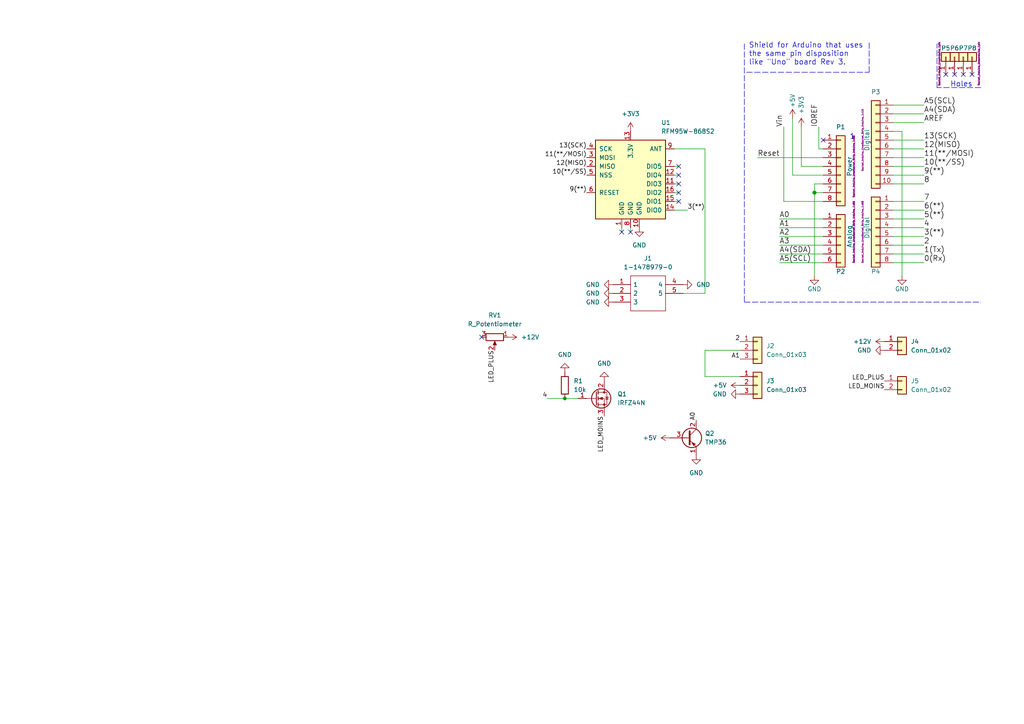
<source format=kicad_sch>
(kicad_sch (version 20211123) (generator eeschema)
  (paper "A4")
  (title_block (date "lun. 30 mars 2015"))
  (lib_symbols
    (symbol "Connector_Generic:Conn_01x01" (pin_names (offset 1.016) hide)
      (property "Reference" "J" (at 0 2.54 0))
      (property "Value" "Conn_01x01" (at 0 -2.54 0))
      (symbol "Conn_01x01_1_1"
        (rectangle (start -1.27 0.127) (end 0 -0.127) (stroke (width 0.1524)))
        (rectangle (start -1.27 1.27) (end 1.27 -1.27) (stroke (width 0.254)) (fill (type background)))
        (pin passive line (at -5.08 0 0) (length 3.81) (name "Pin_1") (number "1"))
      )
    )
    (symbol "Connector_Generic:Conn_01x02" (pin_names (offset 1.016) hide)
      (property "Reference" "J" (at 0 2.54 0))
      (property "Value" "Conn_01x02" (at 0 -5.08 0))
      (symbol "Conn_01x02_1_1"
        (rectangle (start -1.27 -2.413) (end 0 -2.667) (stroke (width 0.1524)))
        (rectangle (start -1.27 0.127) (end 0 -0.127) (stroke (width 0.1524)))
        (rectangle (start -1.27 1.27) (end 1.27 -3.81) (stroke (width 0.254)) (fill (type background)))
        (pin passive line (at -5.08 0 0) (length 3.81) (name "Pin_1") (number "1"))
        (pin passive line (at -5.08 -2.54 0) (length 3.81) (name "Pin_2") (number "2"))
      )
    )
    (symbol "Connector_Generic:Conn_01x03" (pin_names (offset 1.016) hide)
      (property "Reference" "J" (at 0 5.08 0))
      (property "Value" "Conn_01x03" (at 0 -5.08 0))
      (symbol "Conn_01x03_1_1"
        (rectangle (start -1.27 -2.413) (end 0 -2.667) (stroke (width 0.1524)))
        (rectangle (start -1.27 0.127) (end 0 -0.127) (stroke (width 0.1524)))
        (rectangle (start -1.27 2.667) (end 0 2.413) (stroke (width 0.1524)))
        (rectangle (start -1.27 3.81) (end 1.27 -3.81) (stroke (width 0.254)) (fill (type background)))
        (pin passive line (at -5.08 2.54 0) (length 3.81) (name "Pin_1") (number "1"))
        (pin passive line (at -5.08 0 0) (length 3.81) (name "Pin_2") (number "2"))
        (pin passive line (at -5.08 -2.54 0) (length 3.81) (name "Pin_3") (number "3"))
      )
    )
    (symbol "Connector_Generic:Conn_01x06" (pin_names (offset 1.016) hide)
      (property "Reference" "J" (at 0 7.62 0))
      (property "Value" "Conn_01x06" (at 0 -10.16 0))
      (symbol "Conn_01x06_1_1"
        (rectangle (start -1.27 -7.493) (end 0 -7.747) (stroke (width 0.1524)))
        (rectangle (start -1.27 -4.953) (end 0 -5.207) (stroke (width 0.1524)))
        (rectangle (start -1.27 -2.413) (end 0 -2.667) (stroke (width 0.1524)))
        (rectangle (start -1.27 0.127) (end 0 -0.127) (stroke (width 0.1524)))
        (rectangle (start -1.27 2.667) (end 0 2.413) (stroke (width 0.1524)))
        (rectangle (start -1.27 5.207) (end 0 4.953) (stroke (width 0.1524)))
        (rectangle (start -1.27 6.35) (end 1.27 -8.89) (stroke (width 0.254)) (fill (type background)))
        (pin passive line (at -5.08 5.08 0) (length 3.81) (name "Pin_1") (number "1"))
        (pin passive line (at -5.08 2.54 0) (length 3.81) (name "Pin_2") (number "2"))
        (pin passive line (at -5.08 0 0) (length 3.81) (name "Pin_3") (number "3"))
        (pin passive line (at -5.08 -2.54 0) (length 3.81) (name "Pin_4") (number "4"))
        (pin passive line (at -5.08 -5.08 0) (length 3.81) (name "Pin_5") (number "5"))
        (pin passive line (at -5.08 -7.62 0) (length 3.81) (name "Pin_6") (number "6"))
      )
    )
    (symbol "Connector_Generic:Conn_01x08" (pin_names (offset 1.016) hide)
      (property "Reference" "J" (at 0 10.16 0))
      (property "Value" "Conn_01x08" (at 0 -12.7 0))
      (symbol "Conn_01x08_1_1"
        (rectangle (start -1.27 -10.033) (end 0 -10.287) (stroke (width 0.1524)))
        (rectangle (start -1.27 -7.493) (end 0 -7.747) (stroke (width 0.1524)))
        (rectangle (start -1.27 -4.953) (end 0 -5.207) (stroke (width 0.1524)))
        (rectangle (start -1.27 -2.413) (end 0 -2.667) (stroke (width 0.1524)))
        (rectangle (start -1.27 0.127) (end 0 -0.127) (stroke (width 0.1524)))
        (rectangle (start -1.27 2.667) (end 0 2.413) (stroke (width 0.1524)))
        (rectangle (start -1.27 5.207) (end 0 4.953) (stroke (width 0.1524)))
        (rectangle (start -1.27 7.747) (end 0 7.493) (stroke (width 0.1524)))
        (rectangle (start -1.27 8.89) (end 1.27 -11.43) (stroke (width 0.254)) (fill (type background)))
        (pin passive line (at -5.08 7.62 0) (length 3.81) (name "Pin_1") (number "1"))
        (pin passive line (at -5.08 5.08 0) (length 3.81) (name "Pin_2") (number "2"))
        (pin passive line (at -5.08 2.54 0) (length 3.81) (name "Pin_3") (number "3"))
        (pin passive line (at -5.08 0 0) (length 3.81) (name "Pin_4") (number "4"))
        (pin passive line (at -5.08 -2.54 0) (length 3.81) (name "Pin_5") (number "5"))
        (pin passive line (at -5.08 -5.08 0) (length 3.81) (name "Pin_6") (number "6"))
        (pin passive line (at -5.08 -7.62 0) (length 3.81) (name "Pin_7") (number "7"))
        (pin passive line (at -5.08 -10.16 0) (length 3.81) (name "Pin_8") (number "8"))
      )
    )
    (symbol "Connector_Generic:Conn_01x10" (pin_names (offset 1.016) hide)
      (property "Reference" "J" (at 0 12.7 0))
      (property "Value" "Conn_01x10" (at 0 -15.24 0))
      (symbol "Conn_01x10_1_1"
        (rectangle (start -1.27 -12.573) (end 0 -12.827) (stroke (width 0.1524)))
        (rectangle (start -1.27 -10.033) (end 0 -10.287) (stroke (width 0.1524)))
        (rectangle (start -1.27 -7.493) (end 0 -7.747) (stroke (width 0.1524)))
        (rectangle (start -1.27 -4.953) (end 0 -5.207) (stroke (width 0.1524)))
        (rectangle (start -1.27 -2.413) (end 0 -2.667) (stroke (width 0.1524)))
        (rectangle (start -1.27 0.127) (end 0 -0.127) (stroke (width 0.1524)))
        (rectangle (start -1.27 2.667) (end 0 2.413) (stroke (width 0.1524)))
        (rectangle (start -1.27 5.207) (end 0 4.953) (stroke (width 0.1524)))
        (rectangle (start -1.27 7.747) (end 0 7.493) (stroke (width 0.1524)))
        (rectangle (start -1.27 10.287) (end 0 10.033) (stroke (width 0.1524)))
        (rectangle (start -1.27 11.43) (end 1.27 -13.97) (stroke (width 0.254)) (fill (type background)))
        (pin passive line (at -5.08 10.16 0) (length 3.81) (name "Pin_1") (number "1"))
        (pin passive line (at -5.08 -12.7 0) (length 3.81) (name "Pin_10") (number "10"))
        (pin passive line (at -5.08 7.62 0) (length 3.81) (name "Pin_2") (number "2"))
        (pin passive line (at -5.08 5.08 0) (length 3.81) (name "Pin_3") (number "3"))
        (pin passive line (at -5.08 2.54 0) (length 3.81) (name "Pin_4") (number "4"))
        (pin passive line (at -5.08 0 0) (length 3.81) (name "Pin_5") (number "5"))
        (pin passive line (at -5.08 -2.54 0) (length 3.81) (name "Pin_6") (number "6"))
        (pin passive line (at -5.08 -5.08 0) (length 3.81) (name "Pin_7") (number "7"))
        (pin passive line (at -5.08 -7.62 0) (length 3.81) (name "Pin_8") (number "8"))
        (pin passive line (at -5.08 -10.16 0) (length 3.81) (name "Pin_9") (number "9"))
      )
    )
    (symbol "Device:R" (pin_numbers hide) (pin_names (offset 0))
      (property "Reference" "R" (at 2.032 0 90))
      (property "Value" "R" (at 0 0 90))
      (symbol "R_0_1"
        (rectangle (start -1.016 -2.54) (end 1.016 2.54) (stroke (width 0.254)))
      )
      (symbol "R_1_1"
        (pin passive line (at 0 3.81 270) (length 1.27) (name "~") (number "1"))
        (pin passive line (at 0 -3.81 90) (length 1.27) (name "~") (number "2"))
      )
    )
    (symbol "Device:R_Potentiometer" (pin_names (offset 1.016) hide)
      (property "Reference" "RV" (at -4.445 0 90))
      (property "Value" "R_Potentiometer" (at -2.54 0 90))
      (symbol "R_Potentiometer_0_1"
        (polyline (pts (xy 2.54 0) (xy 1.524 0)))
        (polyline (pts (xy 1.143 0) (xy 2.286 0.508) (xy 2.286 -0.508) (xy 1.143 0)) (fill (type outline)))
        (rectangle (start 1.016 2.54) (end -1.016 -2.54) (stroke (width 0.254)))
      )
      (symbol "R_Potentiometer_1_1"
        (pin passive line (at 0 3.81 270) (length 1.27) (name "1") (number "1"))
        (pin passive line (at 3.81 0 180) (length 1.27) (name "2") (number "2"))
        (pin passive line (at 0 -3.81 90) (length 1.27) (name "3") (number "3"))
      )
    )
    (symbol "RF_Module:RFM95W-868S2" (pin_names (offset 1.016))
      (property "Reference" "U" (at -10.414 11.684 0))
      (property "Value" "RFM95W-868S2" (at 1.524 11.43 0))
      (symbol "RFM95W-868S2_0_1"
        (rectangle (start -10.16 10.16) (end 10.16 -12.7) (stroke (width 0.254)) (fill (type background)))
      )
      (symbol "RFM95W-868S2_1_1"
        (pin power_in line (at -2.54 -15.24 90) (length 2.54) (name "GND") (number "1"))
        (pin power_in line (at 2.54 -15.24 90) (length 2.54) (name "GND") (number "10"))
        (pin bidirectional line (at 12.7 -2.54 180) (length 2.54) (name "DIO3") (number "11"))
        (pin bidirectional line (at 12.7 0 180) (length 2.54) (name "DIO4") (number "12"))
        (pin power_in line (at 0 12.7 270) (length 2.54) (name "3.3V") (number "13"))
        (pin bidirectional line (at 12.7 -10.16 180) (length 2.54) (name "DIO0") (number "14"))
        (pin bidirectional line (at 12.7 -7.62 180) (length 2.54) (name "DIO1") (number "15"))
        (pin bidirectional line (at 12.7 -5.08 180) (length 2.54) (name "DIO2") (number "16"))
        (pin output line (at -12.7 2.54 0) (length 2.54) (name "MISO") (number "2"))
        (pin input line (at -12.7 5.08 0) (length 2.54) (name "MOSI") (number "3"))
        (pin input line (at -12.7 7.62 0) (length 2.54) (name "SCK") (number "4"))
        (pin input line (at -12.7 0 0) (length 2.54) (name "NSS") (number "5"))
        (pin bidirectional line (at -12.7 -5.08 0) (length 2.54) (name "RESET") (number "6"))
        (pin bidirectional line (at 12.7 2.54 180) (length 2.54) (name "DIO5") (number "7"))
        (pin power_in line (at 0 -15.24 90) (length 2.54) (name "GND") (number "8"))
        (pin bidirectional line (at 12.7 7.62 180) (length 2.54) (name "ANT") (number "9"))
      )
    )
    (symbol "SamacSys_Parts:1-1478979-0" (pin_names (offset 0.762))
      (property "Reference" "J" (at 16.51 7.62 0))
      (property "Value" "1-1478979-0" (at 16.51 5.08 0))
      (symbol "1-1478979-0_0_0"
        (pin passive line (at 0 0 0) (length 5.08) (name "1") (number "1"))
        (pin passive line (at 0 -2.54 0) (length 5.08) (name "2") (number "2"))
        (pin passive line (at 0 -5.08 0) (length 5.08) (name "3") (number "3"))
        (pin passive line (at 20.32 0 180) (length 5.08) (name "4") (number "4"))
        (pin passive line (at 20.32 -2.54 180) (length 5.08) (name "5") (number "5"))
      )
      (symbol "1-1478979-0_0_1"
        (polyline (pts (xy 5.08 2.54) (xy 15.24 2.54) (xy 15.24 -7.62) (xy 5.08 -7.62) (xy 5.08 2.54)) (stroke (width 0.1524)))
      )
    )
    (symbol "Transistor_BJT:2SA1015" (pin_names (offset 0) hide)
      (property "Reference" "Q" (at 5.08 1.905 0))
      (property "Value" "2SA1015" (at 5.08 0 0))
      (symbol "2SA1015_0_1"
        (polyline (pts (xy 0 0) (xy 0.635 0)))
        (polyline (pts (xy 2.54 -2.54) (xy 0.635 -0.635)))
        (polyline (pts (xy 2.54 2.54) (xy 0.635 0.635)))
        (polyline (pts (xy 0.635 1.905) (xy 0.635 -1.905) (xy 0.635 -1.905)) (stroke (width 0.508)) (fill (type outline)))
        (polyline (pts (xy 1.778 -2.286) (xy 2.286 -1.778) (xy 1.27 -1.27) (xy 1.778 -2.286) (xy 1.778 -2.286)) (fill (type outline)))
        (circle (center 1.27 0) (radius 2.8194) (stroke (width 0.254)))
      )
      (symbol "2SA1015_1_1"
        (pin passive line (at 2.54 -5.08 90) (length 2.54) (name "E") (number "1"))
        (pin passive line (at 2.54 5.08 270) (length 2.54) (name "C") (number "2"))
        (pin input line (at -5.08 0 0) (length 5.08) (name "B") (number "3"))
      )
    )
    (symbol "Transistor_FET:IRLZ44N" (pin_names hide)
      (property "Reference" "Q" (at 6.35 1.905 0))
      (property "Value" "IRLZ44N" (at 6.35 0 0))
      (symbol "IRLZ44N_0_1"
        (polyline (pts (xy 0.254 0) (xy -2.54 0)))
        (polyline (pts (xy 0.254 1.905) (xy 0.254 -1.905)) (stroke (width 0.254)))
        (polyline (pts (xy 0.762 -1.27) (xy 0.762 -2.286)) (stroke (width 0.254)))
        (polyline (pts (xy 0.762 0.508) (xy 0.762 -0.508)) (stroke (width 0.254)))
        (polyline (pts (xy 0.762 2.286) (xy 0.762 1.27)) (stroke (width 0.254)))
        (polyline (pts (xy 2.54 2.54) (xy 2.54 1.778)))
        (polyline (pts (xy 2.54 -2.54) (xy 2.54 0) (xy 0.762 0)))
        (polyline (pts (xy 0.762 -1.778) (xy 3.302 -1.778) (xy 3.302 1.778) (xy 0.762 1.778)))
        (polyline (pts (xy 1.016 0) (xy 2.032 0.381) (xy 2.032 -0.381) (xy 1.016 0)) (fill (type outline)))
        (polyline (pts (xy 2.794 0.508) (xy 2.921 0.381) (xy 3.683 0.381) (xy 3.81 0.254)))
        (polyline (pts (xy 3.302 0.381) (xy 2.921 -0.254) (xy 3.683 -0.254) (xy 3.302 0.381)))
        (circle (center 1.651 0) (radius 2.794) (stroke (width 0.254)))
        (circle (center 2.54 -1.778) (radius 0.254) (fill (type outline)))
        (circle (center 2.54 1.778) (radius 0.254) (fill (type outline)))
      )
      (symbol "IRLZ44N_1_1"
        (pin input line (at -5.08 0 0) (length 2.54) (name "G") (number "1"))
        (pin passive line (at 2.54 5.08 270) (length 2.54) (name "D") (number "2"))
        (pin passive line (at 2.54 -5.08 90) (length 2.54) (name "S") (number "3"))
      )
    )
    (symbol "power:+12V" (power) (pin_names (offset 0))
      (property "Value" "+12V" (at 0 3.556 0))
      (symbol "+12V_0_1"
        (polyline (pts (xy -0.762 1.27) (xy 0 2.54)))
        (polyline (pts (xy 0 0) (xy 0 2.54)))
        (polyline (pts (xy 0 2.54) (xy 0.762 1.27)))
      )
      (symbol "+12V_1_1"
        (pin power_in line (at 0 0 90) (length 0) hide (name "+12V") (number "1"))
      )
    )
    (symbol "power:+3.3V" (power) (pin_names (offset 0))
      (property "Value" "+3.3V" (at 0 3.556 0))
      (symbol "+3.3V_0_1"
        (polyline (pts (xy -0.762 1.27) (xy 0 2.54)))
        (polyline (pts (xy 0 0) (xy 0 2.54)))
        (polyline (pts (xy 0 2.54) (xy 0.762 1.27)))
      )
      (symbol "+3.3V_1_1"
        (pin power_in line (at 0 0 90) (length 0) hide (name "+3V3") (number "1"))
      )
    )
    (symbol "power:+5V" (power) (pin_names (offset 0))
      (property "Value" "+5V" (at 0 3.556 0))
      (symbol "+5V_0_1"
        (polyline (pts (xy -0.762 1.27) (xy 0 2.54)))
        (polyline (pts (xy 0 0) (xy 0 2.54)))
        (polyline (pts (xy 0 2.54) (xy 0.762 1.27)))
      )
      (symbol "+5V_1_1"
        (pin power_in line (at 0 0 90) (length 0) hide (name "+5V") (number "1"))
      )
    )
    (symbol "power:GND" (power) (pin_names (offset 0))
      (property "Value" "GND" (at 0 -3.81 0))
      (symbol "GND_0_1"
        (polyline (pts (xy 0 0) (xy 0 -1.27) (xy 1.27 -1.27) (xy 0 -2.54) (xy -1.27 -1.27) (xy 0 -1.27)))
      )
      (symbol "GND_1_1"
        (pin power_in line (at 0 0 270) (length 0) hide (name "GND") (number "1"))
      )
    )
  )
  (junction (at 163.83 115.57))
  (junction (at 236.22 55.88) (diameter 1.016))
  (no_connect (at 139.7 97.79))
  (no_connect (at 279.4 21.59))
  (no_connect (at 274.32 21.59))
  (no_connect (at 276.86 21.59))
  (no_connect (at 281.94 21.59))
  (no_connect (at 238.76 40.64))
  (no_connect (at 196.85 48.26))
  (no_connect (at 196.85 50.8))
  (no_connect (at 196.85 53.34))
  (no_connect (at 196.85 55.88))
  (no_connect (at 196.85 58.42))
  (no_connect (at 182.88 67.31))
  (no_connect (at 180.34 67.31))
  (wire (pts (xy 238.76 48.26) (xy 232.41 48.26)))
  (wire (pts (xy 238.76 71.12) (xy 226.06 71.12)))
  (polyline (pts (xy 252.095 20.955) (xy 252.095 12.065)) (stroke (width 0) (type dash)))
  (wire (pts (xy 204.47 101.6) (xy 214.63 101.6)))
  (wire (pts (xy 259.08 63.5) (xy 267.97 63.5)))
  (wire (pts (xy 180.34 67.31) (xy 180.34 66.04)))
  (wire (pts (xy 196.85 53.34) (xy 195.58 53.34)))
  (wire (pts (xy 196.85 58.42) (xy 195.58 58.42)))
  (wire (pts (xy 236.22 53.34) (xy 236.22 55.88)))
  (wire (pts (xy 182.88 67.31) (xy 182.88 66.04)))
  (wire (pts (xy 259.08 43.18) (xy 267.97 43.18)))
  (wire (pts (xy 261.62 38.1) (xy 261.62 80.01)))
  (wire (pts (xy 238.76 53.34) (xy 236.22 53.34)))
  (wire (pts (xy 259.08 53.34) (xy 267.97 53.34)))
  (wire (pts (xy 237.49 43.18) (xy 238.76 43.18)))
  (wire (pts (xy 238.76 50.8) (xy 229.87 50.8)))
  (wire (pts (xy 204.47 109.22) (xy 204.47 101.6)))
  (wire (pts (xy 259.08 40.64) (xy 267.97 40.64)))
  (wire (pts (xy 259.08 58.42) (xy 267.97 58.42)))
  (wire (pts (xy 238.76 66.04) (xy 226.06 66.04)))
  (wire (pts (xy 259.08 30.48) (xy 267.97 30.48)))
  (wire (pts (xy 259.08 71.12) (xy 267.97 71.12)))
  (wire (pts (xy 196.85 50.8) (xy 195.58 50.8)))
  (wire (pts (xy 238.76 58.42) (xy 227.33 58.42)))
  (wire (pts (xy 238.76 63.5) (xy 226.06 63.5)))
  (wire (pts (xy 259.08 45.72) (xy 267.97 45.72)))
  (wire (pts (xy 238.76 73.66) (xy 226.06 73.66)))
  (wire (pts (xy 198.12 85.09) (xy 204.47 85.09)))
  (polyline (pts (xy 284.48 25.4) (xy 271.78 25.4)) (stroke (width 0) (type dash)))
  (wire (pts (xy 158.75 115.57) (xy 163.83 115.57)))
  (wire (pts (xy 238.76 45.72) (xy 219.71 45.72)))
  (wire (pts (xy 259.08 38.1) (xy 261.62 38.1)))
  (wire (pts (xy 238.76 55.88) (xy 236.22 55.88)))
  (wire (pts (xy 259.08 50.8) (xy 267.97 50.8)))
  (wire (pts (xy 196.85 48.26) (xy 195.58 48.26)))
  (wire (pts (xy 204.47 43.18) (xy 204.47 85.09)))
  (wire (pts (xy 163.83 115.57) (xy 167.64 115.57)))
  (wire (pts (xy 236.22 55.88) (xy 236.22 80.01)))
  (wire (pts (xy 227.33 58.42) (xy 227.33 36.83)))
  (polyline (pts (xy 215.9 87.63) (xy 284.48 87.63)) (stroke (width 0) (type dash)))
  (wire (pts (xy 259.08 68.58) (xy 267.97 68.58)))
  (wire (pts (xy 238.76 76.2) (xy 226.06 76.2)))
  (wire (pts (xy 199.39 60.96) (xy 195.58 60.96)))
  (wire (pts (xy 259.08 73.66) (xy 267.97 73.66)))
  (polyline (pts (xy 271.78 25.4) (xy 271.78 12.7)) (stroke (width 0) (type dash)))
  (wire (pts (xy 259.08 60.96) (xy 267.97 60.96)))
  (wire (pts (xy 229.87 50.8) (xy 229.87 34.29)))
  (wire (pts (xy 195.58 43.18) (xy 204.47 43.18)))
  (wire (pts (xy 214.63 109.22) (xy 204.47 109.22)))
  (wire (pts (xy 259.08 33.02) (xy 267.97 33.02)))
  (wire (pts (xy 196.85 55.88) (xy 195.58 55.88)))
  (wire (pts (xy 259.08 66.04) (xy 267.97 66.04)))
  (wire (pts (xy 259.08 35.56) (xy 267.97 35.56)))
  (polyline (pts (xy 215.9 12.7) (xy 215.9 87.63)) (stroke (width 0) (type dash)))
  (wire (pts (xy 232.41 48.26) (xy 232.41 36.83)))
  (wire (pts (xy 237.49 36.83) (xy 237.49 43.18)))
  (wire (pts (xy 259.08 76.2) (xy 267.97 76.2)))
  (wire (pts (xy 259.08 48.26) (xy 267.97 48.26)))
  (wire (pts (xy 238.76 68.58) (xy 226.06 68.58)))
  (polyline (pts (xy 216.535 20.955) (xy 252.095 20.955)) (stroke (width 0) (type dash)))
  (text "Holes" (at 275.59 25.4 0) (effects (font (size 1.524 1.524)) (justify left bottom)))
  (text "Shield for Arduino that uses\nthe same pin disposition\nlike \"Uno\" board Rev 3." (at 217.17 19.05 0) (effects (font (size 1.524 1.524)) (justify left bottom)))
  (text "1" (at 246.38 40.64 0) (effects (font (size 1.524 1.524)) (justify left bottom)))
  (label "3(**)" (at 199.39 60.96 0))
  (label "Vin" (at 227.33 36.83 90) (effects (font (size 1.524 1.524))))
  (label "9(**)" (at 170.18 55.88 180))
  (label "A1" (at 214.63 104.14 180))
  (label "0(Rx)" (at 267.97 76.2 0) (effects (font (size 1.524 1.524))))
  (label "A4(SDA)" (at 226.06 73.66 0) (effects (font (size 1.524 1.524))))
  (label "LED_PLUS" (at 256.54 110.49 180))
  (label "LED_PLUS" (at 143.51 101.6 270))
  (label "4" (at 267.97 66.04 0) (effects (font (size 1.524 1.524))))
  (label "5(**)" (at 267.97 63.5 0) (effects (font (size 1.524 1.524))))
  (label "A2" (at 226.06 68.58 0) (effects (font (size 1.524 1.524))))
  (label "2" (at 214.63 99.06 180))
  (label "A5(SCL)" (at 226.06 76.2 0) (effects (font (size 1.524 1.524))))
  (label "A0" (at 226.06 63.5 0) (effects (font (size 1.524 1.524))))
  (label "A0" (at 201.93 121.92 90))
  (label "LED_MOINS" (at 256.54 113.03 180))
  (label "4" (at 158.75 115.57 180))
  (label "A1" (at 226.06 66.04 0) (effects (font (size 1.524 1.524))))
  (label "12(MISO)" (at 170.18 48.26 180))
  (label "10(**/SS)" (at 267.97 48.26 0) (effects (font (size 1.524 1.524))))
  (label "13(SCK)" (at 267.97 40.64 0) (effects (font (size 1.524 1.524))))
  (label "7" (at 267.97 58.42 0) (effects (font (size 1.524 1.524))))
  (label "A4(SDA)" (at 267.97 33.02 0) (effects (font (size 1.524 1.524))))
  (label "A3" (at 226.06 71.12 0) (effects (font (size 1.524 1.524))))
  (label "Reset" (at 219.71 45.72 0) (effects (font (size 1.524 1.524))))
  (label "2" (at 267.97 71.12 0) (effects (font (size 1.524 1.524))))
  (label "12(MISO)" (at 267.97 43.18 0) (effects (font (size 1.524 1.524))))
  (label "11(**{slash}MOSI)" (at 170.18 45.72 180))
  (label "3(**)" (at 267.97 68.58 0) (effects (font (size 1.524 1.524))))
  (label "9(**)" (at 267.97 50.8 0) (effects (font (size 1.524 1.524))))
  (label "13(SCK)" (at 170.18 43.18 180))
  (label "8" (at 267.97 53.34 0) (effects (font (size 1.524 1.524))))
  (label "A5(SCL)" (at 267.97 30.48 0) (effects (font (size 1.524 1.524))))
  (label "IOREF" (at 237.49 36.83 90) (effects (font (size 1.524 1.524))))
  (label "LED_MOINS" (at 175.26 120.65 270))
  (label "AREF" (at 267.97 35.56 0) (effects (font (size 1.524 1.524))))
  (label "10(**{slash}SS)" (at 170.18 50.8 180))
  (label "11(**/MOSI)" (at 267.97 45.72 0) (effects (font (size 1.524 1.524))))
  (label "1(Tx)" (at 267.97 73.66 0) (effects (font (size 1.524 1.524))))
  (label "6(**)" (at 267.97 60.96 0) (effects (font (size 1.524 1.524))))
  (symbol (lib_id "Connector_Generic:Conn_01x08") (at 243.84 48.26 0) (unit 1)
    (property "Reference" "P1" (at 243.84 36.83 0))
    (property "Value" "Power" (at 246.38 48.26 90))
    (property "Footprint" "Socket_Arduino_Uno:Socket_Strip_Arduino_1x08" (at 247.65 48.26 90) (effects (font (size 0.508 0.508))))
  )
  (symbol (lib_id "power:+3.3V") (at 232.41 36.83 0) (unit 1)
    (property "Reference" "#PWR01" (effects hide))
    (property "Value" "+3.3V" (at 232.41 30.48 90))
  )
  (symbol (lib_id "power:+5V") (at 229.87 34.29 0) (unit 1)
    (property "Reference" "#PWR02" (effects hide))
    (property "Value" "+5V" (at 229.87 29.21 90))
  )
  (symbol (lib_id "power:GND") (at 236.22 80.01 0) (unit 1)
    (property "Reference" "#PWR03" (effects hide))
    (property "Value" "GND" (at 236.22 83.82 0))
  )
  (symbol (lib_id "power:GND") (at 261.62 80.01 0) (unit 1)
    (property "Reference" "#PWR04" (effects hide))
    (property "Value" "GND" (at 261.62 83.82 0))
  )
  (symbol (lib_id "Connector_Generic:Conn_01x06") (at 243.84 68.58 0) (unit 1)
    (property "Reference" "P2" (at 243.84 78.74 0))
    (property "Value" "Analog" (at 246.38 68.58 90))
    (property "Footprint" "Socket_Arduino_Uno:Socket_Strip_Arduino_1x06" (at 247.65 67.31 90) (effects (font (size 0.508 0.508))))
  )
  (symbol (lib_id "Connector_Generic:Conn_01x01") (at 274.32 16.51 90) (unit 1)
    (property "Reference" "P5" (at 274.32 13.97 90))
    (property "Value" "CONN_01X01" (effects hide))
    (property "Footprint" "Socket_Arduino_Uno:Arduino_1pin" (at 272.4404 18.5166 0) (effects (font (size 0.508 0.508))))
  )
  (symbol (lib_id "Connector_Generic:Conn_01x01") (at 276.86 16.51 90) (unit 1)
    (property "Reference" "P6" (at 276.86 13.97 90))
    (property "Value" "CONN_01X01" (effects hide))
    (property "Footprint" "Socket_Arduino_Uno:Arduino_1pin" (effects hide))
  )
  (symbol (lib_id "Connector_Generic:Conn_01x01") (at 279.4 16.51 90) (unit 1)
    (property "Reference" "P7" (at 279.4 13.97 90))
    (property "Value" "CONN_01X01" (effects hide))
    (property "Footprint" "Socket_Arduino_Uno:Arduino_1pin" (effects hide))
  )
  (symbol (lib_id "Connector_Generic:Conn_01x01") (at 281.94 16.51 90) (unit 1)
    (property "Reference" "P8" (at 281.94 13.97 90))
    (property "Value" "CONN_01X01" (effects hide))
    (property "Footprint" "Socket_Arduino_Uno:Arduino_1pin" (at 283.9212 18.4404 0) (effects (font (size 0.508 0.508))))
  )
  (symbol (lib_id "Connector_Generic:Conn_01x08") (at 254 66.04 0) (mirror y) (unit 1)
    (property "Reference" "P4" (at 254 78.74 0))
    (property "Value" "Digital" (at 251.46 66.04 90))
    (property "Footprint" "Socket_Arduino_Uno:Socket_Strip_Arduino_1x08" (at 250.19 67.31 90) (effects (font (size 0.508 0.508))))
  )
  (symbol (lib_id "Connector_Generic:Conn_01x10") (at 254 40.64 0) (mirror y) (unit 1)
    (property "Reference" "P3" (at 254 26.67 0))
    (property "Value" "Digital" (at 251.46 40.64 90))
    (property "Footprint" "Socket_Arduino_Uno:Socket_Strip_Arduino_1x10" (at 250.19 40.64 90) (effects (font (size 0.508 0.508))))
  )
  (symbol (lib_id "power:GND") (at 177.8 85.09 270) (unit 1)
    (property "Reference" "#PWR0109" (effects hide))
    (property "Value" "GND" (at 173.99 85.0899 90) (effects (justify right)))
  )
  (symbol (lib_id "Connector_Generic:Conn_01x02") (at 261.62 110.49 0) (unit 1)
    (property "Reference" "J5" (at 264.16 110.4899 0) (effects (justify left)))
    (property "Value" "Conn_01x02" (at 264.16 113.0299 0) (effects (justify left)))
    (property "Footprint" "Connector_PinHeader_2.54mm:PinHeader_1x02_P2.54mm_Vertical" (effects hide))
  )
  (symbol (lib_id "Connector_Generic:Conn_01x03") (at 219.71 111.76 0) (unit 1)
    (property "Reference" "J3" (at 222.25 110.4899 0) (effects (justify left)))
    (property "Value" "Conn_01x03" (at 222.25 113.0299 0) (effects (justify left)))
    (property "Footprint" "Connector_PinHeader_2.54mm:PinHeader_1x03_P2.54mm_Vertical" (effects hide))
  )
  (symbol (lib_id "Transistor_FET:IRLZ44N") (at 172.72 115.57 0) (unit 1)
    (property "Reference" "Q1" (at 179.07 114.2999 0) (effects (justify left)))
    (property "Value" "IRFZ44N" (at 179.07 116.8399 0) (effects (justify left)))
    (property "Footprint" "Package_TO_SOT_THT:TO-220-3_Vertical" (effects hide))
    (property "Datasheet" "http://www.irf.com/product-info/datasheets/data/irlz44n.pdf" (effects hide))
  )
  (symbol (lib_id "SamacSys_Parts:1-1478979-0") (at 177.8 82.55 0) (unit 1)
    (property "Reference" "J1" (at 187.96 74.93 0))
    (property "Value" "1-1478979-0" (at 187.96 77.47 0))
    (property "Footprint" "SamacSys_Parts:114789790" (effects hide))
    (property "Datasheet" "http://uk.rs-online.com/web/p/products/4683306" (effects hide))
    (property "Description" "SMA PCB mount straight socket jack TE Connectivity Straight 50 Through Hole SMA Connector, jack, Solder Termination Coaxial" (effects hide))
    (property "Height" "10" (effects hide))
    (property "RS Part Number" "4683306" (effects hide))
    (property "RS Price/Stock" "http://uk.rs-online.com/web/p/products/4683306" (effects hide))
    (property "Manufacturer_Name" "TE Connectivity" (effects hide))
    (property "Manufacturer_Part_Number" "1-1478979-0" (effects hide))
    (property "Allied_Number" "70086215" (effects hide))
  )
  (symbol (lib_id "power:+12V") (at 147.32 97.79 270) (unit 1)
    (property "Reference" "#PWR0113" (effects hide))
    (property "Value" "+12V" (at 151.13 97.7899 90) (effects (justify left)))
  )
  (symbol (lib_id "power:GND") (at 198.12 82.55 90) (unit 1)
    (property "Reference" "#PWR0107" (effects hide))
    (property "Value" "GND" (at 201.93 82.5499 90) (effects (justify right)))
  )
  (symbol (lib_id "power:GND") (at 201.93 132.08 0) (unit 1)
    (property "Reference" "#PWR0114" (effects hide))
    (property "Value" "GND" (at 201.93 137.16 0))
  )
  (symbol (lib_id "power:GND") (at 256.54 101.6 270) (unit 1)
    (property "Reference" "#PWR0102" (effects hide))
    (property "Value" "GND" (at 252.73 101.5999 90) (effects (justify right)))
  )
  (symbol (lib_id "Connector_Generic:Conn_01x02") (at 261.62 99.06 0) (unit 1)
    (property "Reference" "J4" (at 264.16 99.0599 0) (effects (justify left)))
    (property "Value" "Conn_01x02" (at 264.16 101.5999 0) (effects (justify left)))
    (property "Footprint" "Connector_PinHeader_2.54mm:PinHeader_1x02_P2.54mm_Vertical" (effects hide))
  )
  (symbol (lib_id "power:+5V") (at 214.63 111.76 90) (unit 1)
    (property "Reference" "#PWR0105" (effects hide))
    (property "Value" "+5V" (at 210.82 111.7599 90) (effects (justify left)))
  )
  (symbol (lib_id "power:+3.3V") (at 182.88 38.1 0) (unit 1)
    (property "Reference" "#PWR0103" (effects hide))
    (property "Value" "+3.3V" (at 182.88 33.02 0))
  )
  (symbol (lib_id "Transistor_BJT:2SA1015") (at 199.39 127 0) (unit 1)
    (property "Reference" "Q2" (at 204.47 125.7299 0) (effects (justify left)))
    (property "Value" "TMP36" (at 204.47 128.2699 0) (effects (justify left)))
    (property "Footprint" "Package_TO_SOT_THT:TO-92_Inline" (effects hide))
    (property "Datasheet" "http://www.datasheetcatalog.org/datasheet/toshiba/905.pdf" (effects hide))
  )
  (symbol (lib_id "RF_Module:RFM95W-868S2") (at 182.88 50.8 0) (unit 1)
    (property "Reference" "U1" (at 191.77 35.56 0) (effects (justify left)))
    (property "Value" "RFM95W-868S2" (at 191.77 38.1 0) (effects (justify left)))
    (property "Footprint" "RF_Module:HOPERF_RFM9XW_THT" (effects hide))
    (property "Datasheet" "https://www.hoperf.com/data/upload/portal/20181127/5bfcbea20e9ef.pdf" (effects hide))
  )
  (symbol (lib_id "power:+12V") (at 256.54 99.06 90) (unit 1)
    (property "Reference" "#PWR0101" (effects hide))
    (property "Value" "+12V" (at 252.73 99.0599 90) (effects (justify left)))
  )
  (symbol (lib_id "power:GND") (at 163.83 107.95 180) (unit 1)
    (property "Reference" "#PWR0111" (effects hide))
    (property "Value" "GND" (at 163.83 102.87 0))
  )
  (symbol (lib_id "Device:R") (at 163.83 111.76 0) (unit 1)
    (property "Reference" "R1" (at 166.37 110.4899 0) (effects (justify left)))
    (property "Value" "10k" (at 166.37 113.0299 0) (effects (justify left)))
    (property "Footprint" "Resistor_THT:R_Axial_DIN0207_L6.3mm_D2.5mm_P7.62mm_Horizontal" (effects hide))
  )
  (symbol (lib_id "power:GND") (at 175.26 110.49 180) (unit 1)
    (property "Reference" "#PWR0112" (effects hide))
    (property "Value" "GND" (at 175.26 105.41 0))
  )
  (symbol (lib_id "power:+5V") (at 194.31 127 90) (unit 1)
    (property "Reference" "#PWR0115" (effects hide))
    (property "Value" "+5V" (at 190.5 126.9999 90) (effects (justify left)))
  )
  (symbol (lib_id "power:GND") (at 185.42 66.04 0) (unit 1)
    (property "Reference" "#PWR0104" (effects hide))
    (property "Value" "GND" (at 185.42 71.12 0))
  )
  (symbol (lib_id "power:GND") (at 177.8 87.63 270) (unit 1)
    (property "Reference" "#PWR0110" (effects hide))
    (property "Value" "GND" (at 173.99 87.6299 90) (effects (justify right)))
  )
  (symbol (lib_id "Connector_Generic:Conn_01x03") (at 219.71 101.6 0) (unit 1)
    (property "Reference" "J2" (at 222.25 100.3299 0) (effects (justify left)))
    (property "Value" "Conn_01x03" (at 222.25 102.8699 0) (effects (justify left)))
    (property "Footprint" "Connector_PinHeader_2.54mm:PinHeader_1x03_P2.54mm_Vertical" (effects hide))
  )
  (symbol (lib_id "Device:R_Potentiometer") (at 143.51 97.79 270) (unit 1)
    (property "Reference" "RV1" (at 143.51 91.44 90))
    (property "Value" "R_Potentiometer" (at 143.51 93.98 90))
    (property "Footprint" "Potentiometer_THT:Potentiometer_Bourns_3006P_Horizontal" (effects hide))
  )
  (symbol (lib_id "power:GND") (at 177.8 82.55 270) (unit 1)
    (property "Reference" "#PWR0108" (effects hide))
    (property "Value" "GND" (at 173.99 82.5499 90) (effects (justify right)))
  )
  (symbol (lib_id "power:GND") (at 214.63 114.3 270) (unit 1)
    (property "Reference" "#PWR0106" (effects hide))
    (property "Value" "GND" (at 210.82 114.2999 90) (effects (justify right)))
  )
)
</source>
